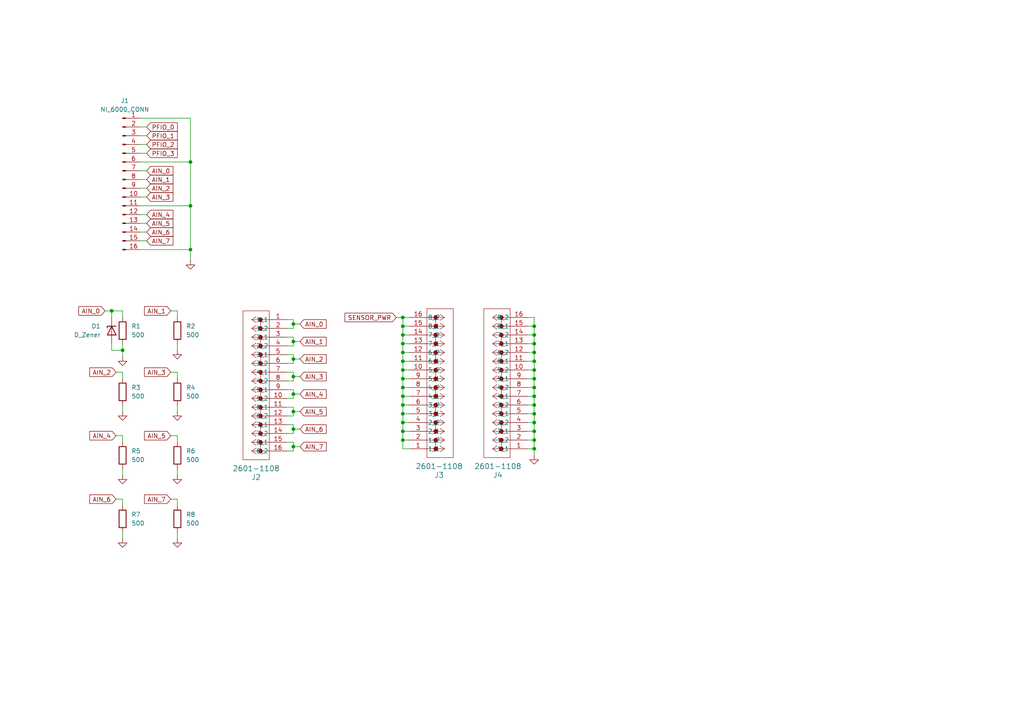
<source format=kicad_sch>
(kicad_sch (version 20250114) (generator "eeschema") (generator_version "9.0")
  (paper "A4")
  (lib_symbols
    (symbol "2601-3108:2601-1108" (pin_names (offset 0.254))
      (property "Reference" "J" (at 8.89 6.35 0))
      (property "Value" "2601-1108" (at 0 0 0))
      (symbol "2601-1108_1_1"
        (polyline (pts (xy 5.08 2.54) (xy 5.08 -40.64)) (stroke (width 0.127)))
        (polyline (pts (xy 5.08 -40.64) (xy 12.7 -40.64)) (stroke (width 0.127)))
        (polyline (pts (xy 7.62 0) (xy 7.62 -2.54)) (stroke (width 0.127)))
        (circle (center 7.62 0) (radius 0.127) (stroke (width 0.508)))
        (circle (center 7.62 -2.54) (radius 0.127) (stroke (width 0.508)))
        (polyline (pts (xy 7.62 -5.08) (xy 7.62 -7.62)) (stroke (width 0.127)))
        (circle (center 7.62 -5.08) (radius 0.127) (stroke (width 0.508)))
        (circle (center 7.62 -7.62) (radius 0.127) (stroke (width 0.508)))
        (polyline (pts (xy 7.62 -10.16) (xy 7.62 -12.7)) (stroke (width 0.127)))
        (circle (center 7.62 -10.16) (radius 0.127) (stroke (width 0.508)))
        (circle (center 7.62 -12.7) (radius 0.127) (stroke (width 0.508)))
        (polyline (pts (xy 7.62 -15.24) (xy 7.62 -17.78)) (stroke (width 0.127)))
        (circle (center 7.62 -15.24) (radius 0.127) (stroke (width 0.508)))
        (circle (center 7.62 -17.78) (radius 0.127) (stroke (width 0.508)))
        (polyline (pts (xy 7.62 -20.32) (xy 7.62 -22.86)) (stroke (width 0.127)))
        (circle (center 7.62 -20.32) (radius 0.127) (stroke (width 0.508)))
        (circle (center 7.62 -22.86) (radius 0.127) (stroke (width 0.508)))
        (polyline (pts (xy 7.62 -25.4) (xy 7.62 -27.94)) (stroke (width 0.127)))
        (circle (center 7.62 -25.4) (radius 0.127) (stroke (width 0.508)))
        (circle (center 7.62 -27.94) (radius 0.127) (stroke (width 0.508)))
        (polyline (pts (xy 7.62 -30.48) (xy 7.62 -33.02)) (stroke (width 0.127)))
        (circle (center 7.62 -30.48) (radius 0.127) (stroke (width 0.508)))
        (circle (center 7.62 -33.02) (radius 0.127) (stroke (width 0.508)))
        (polyline (pts (xy 7.62 -35.56) (xy 7.62 -38.1)) (stroke (width 0.127)))
        (circle (center 7.62 -35.56) (radius 0.127) (stroke (width 0.508)))
        (circle (center 7.62 -38.1) (radius 0.127) (stroke (width 0.508)))
        (polyline (pts (xy 10.16 0) (xy 5.08 0)) (stroke (width 0.127)))
        (polyline (pts (xy 10.16 0) (xy 8.89 0.8467)) (stroke (width 0.127)))
        (polyline (pts (xy 10.16 0) (xy 8.89 -0.8467)) (stroke (width 0.127)))
        (polyline (pts (xy 10.16 -2.54) (xy 5.08 -2.54)) (stroke (width 0.127)))
        (polyline (pts (xy 10.16 -2.54) (xy 8.89 -1.6933)) (stroke (width 0.127)))
        (polyline (pts (xy 10.16 -2.54) (xy 8.89 -3.3867)) (stroke (width 0.127)))
        (polyline (pts (xy 10.16 -5.08) (xy 5.08 -5.08)) (stroke (width 0.127)))
        (polyline (pts (xy 10.16 -5.08) (xy 8.89 -4.2333)) (stroke (width 0.127)))
        (polyline (pts (xy 10.16 -5.08) (xy 8.89 -5.9267)) (stroke (width 0.127)))
        (polyline (pts (xy 10.16 -7.62) (xy 5.08 -7.62)) (stroke (width 0.127)))
        (polyline (pts (xy 10.16 -7.62) (xy 8.89 -6.7733)) (stroke (width 0.127)))
        (polyline (pts (xy 10.16 -7.62) (xy 8.89 -8.4667)) (stroke (width 0.127)))
        (polyline (pts (xy 10.16 -10.16) (xy 5.08 -10.16)) (stroke (width 0.127)))
        (polyline (pts (xy 10.16 -10.16) (xy 8.89 -9.3133)) (stroke (width 0.127)))
        (polyline (pts (xy 10.16 -10.16) (xy 8.89 -11.0067)) (stroke (width 0.127)))
        (polyline (pts (xy 10.16 -12.7) (xy 5.08 -12.7)) (stroke (width 0.127)))
        (polyline (pts (xy 10.16 -12.7) (xy 8.89 -11.8533)) (stroke (width 0.127)))
        (polyline (pts (xy 10.16 -12.7) (xy 8.89 -13.5467)) (stroke (width 0.127)))
        (polyline (pts (xy 10.16 -15.24) (xy 5.08 -15.24)) (stroke (width 0.127)))
        (polyline (pts (xy 10.16 -15.24) (xy 8.89 -14.3933)) (stroke (width 0.127)))
        (polyline (pts (xy 10.16 -15.24) (xy 8.89 -16.0867)) (stroke (width 0.127)))
        (polyline (pts (xy 10.16 -17.78) (xy 5.08 -17.78)) (stroke (width 0.127)))
        (polyline (pts (xy 10.16 -17.78) (xy 8.89 -16.9333)) (stroke (width 0.127)))
        (polyline (pts (xy 10.16 -17.78) (xy 8.89 -18.6267)) (stroke (width 0.127)))
        (polyline (pts (xy 10.16 -20.32) (xy 5.08 -20.32)) (stroke (width 0.127)))
        (polyline (pts (xy 10.16 -20.32) (xy 8.89 -19.4733)) (stroke (width 0.127)))
        (polyline (pts (xy 10.16 -20.32) (xy 8.89 -21.1667)) (stroke (width 0.127)))
        (polyline (pts (xy 10.16 -22.86) (xy 5.08 -22.86)) (stroke (width 0.127)))
        (polyline (pts (xy 10.16 -22.86) (xy 8.89 -22.0133)) (stroke (width 0.127)))
        (polyline (pts (xy 10.16 -22.86) (xy 8.89 -23.7067)) (stroke (width 0.127)))
        (polyline (pts (xy 10.16 -25.4) (xy 5.08 -25.4)) (stroke (width 0.127)))
        (polyline (pts (xy 10.16 -25.4) (xy 8.89 -24.5533)) (stroke (width 0.127)))
        (polyline (pts (xy 10.16 -25.4) (xy 8.89 -26.2467)) (stroke (width 0.127)))
        (polyline (pts (xy 10.16 -27.94) (xy 5.08 -27.94)) (stroke (width 0.127)))
        (polyline (pts (xy 10.16 -27.94) (xy 8.89 -27.0933)) (stroke (width 0.127)))
        (polyline (pts (xy 10.16 -27.94) (xy 8.89 -28.7867)) (stroke (width 0.127)))
        (polyline (pts (xy 10.16 -30.48) (xy 5.08 -30.48)) (stroke (width 0.127)))
        (polyline (pts (xy 10.16 -30.48) (xy 8.89 -29.6333)) (stroke (width 0.127)))
        (polyline (pts (xy 10.16 -30.48) (xy 8.89 -31.3267)) (stroke (width 0.127)))
        (polyline (pts (xy 10.16 -33.02) (xy 5.08 -33.02)) (stroke (width 0.127)))
        (polyline (pts (xy 10.16 -33.02) (xy 8.89 -32.1733)) (stroke (width 0.127)))
        (polyline (pts (xy 10.16 -33.02) (xy 8.89 -33.8667)) (stroke (width 0.127)))
        (polyline (pts (xy 10.16 -35.56) (xy 5.08 -35.56)) (stroke (width 0.127)))
        (polyline (pts (xy 10.16 -35.56) (xy 8.89 -34.7133)) (stroke (width 0.127)))
        (polyline (pts (xy 10.16 -35.56) (xy 8.89 -36.4067)) (stroke (width 0.127)))
        (polyline (pts (xy 10.16 -38.1) (xy 5.08 -38.1)) (stroke (width 0.127)))
        (polyline (pts (xy 10.16 -38.1) (xy 8.89 -37.2533)) (stroke (width 0.127)))
        (polyline (pts (xy 10.16 -38.1) (xy 8.89 -38.9467)) (stroke (width 0.127)))
        (polyline (pts (xy 12.7 2.54) (xy 5.08 2.54)) (stroke (width 0.127)))
        (polyline (pts (xy 12.7 -40.64) (xy 12.7 2.54)) (stroke (width 0.127)))
        (pin unspecified line (at 0 0 0) (length 5.08) (name "1_1") (number "1"))
        (pin unspecified line (at 0 -2.54 0) (length 5.08) (name "1_2") (number "2"))
        (pin unspecified line (at 0 -5.08 0) (length 5.08) (name "2_1") (number "3"))
        (pin unspecified line (at 0 -7.62 0) (length 5.08) (name "2_2") (number "4"))
        (pin unspecified line (at 0 -10.16 0) (length 5.08) (name "3_1") (number "5"))
        (pin unspecified line (at 0 -12.7 0) (length 5.08) (name "3_2") (number "6"))
        (pin unspecified line (at 0 -15.24 0) (length 5.08) (name "4_1") (number "7"))
        (pin unspecified line (at 0 -17.78 0) (length 5.08) (name "4_2") (number "8"))
        (pin unspecified line (at 0 -20.32 0) (length 5.08) (name "5_1") (number "9"))
        (pin unspecified line (at 0 -22.86 0) (length 5.08) (name "5_2") (number "10"))
        (pin unspecified line (at 0 -25.4 0) (length 5.08) (name "6_1") (number "11"))
        (pin unspecified line (at 0 -27.94 0) (length 5.08) (name "6_2") (number "12"))
        (pin unspecified line (at 0 -30.48 0) (length 5.08) (name "7_1") (number "13"))
        (pin unspecified line (at 0 -33.02 0) (length 5.08) (name "7_2") (number "14"))
        (pin unspecified line (at 0 -35.56 0) (length 5.08) (name "8_1") (number "15"))
        (pin unspecified line (at 0 -38.1 0) (length 5.08) (name "8_2") (number "16"))
      )
    )
    (symbol "Connector:Conn_01x16_Pin" (pin_names (offset 1.016) (hide yes))
      (property "Reference" "J" (at 0 20.32 0))
      (property "Value" "Conn_01x16_Pin" (at 0 -22.86 0))
      (symbol "Conn_01x16_Pin_1_1"
        (rectangle (start 0.8636 17.907) (end 0 17.653) (stroke (width 0.1524)) (fill (type outline)))
        (rectangle (start 0.8636 15.367) (end 0 15.113) (stroke (width 0.1524)) (fill (type outline)))
        (rectangle (start 0.8636 12.827) (end 0 12.573) (stroke (width 0.1524)) (fill (type outline)))
        (rectangle (start 0.8636 10.287) (end 0 10.033) (stroke (width 0.1524)) (fill (type outline)))
        (rectangle (start 0.8636 7.747) (end 0 7.493) (stroke (width 0.1524)) (fill (type outline)))
        (rectangle (start 0.8636 5.207) (end 0 4.953) (stroke (width 0.1524)) (fill (type outline)))
        (rectangle (start 0.8636 2.667) (end 0 2.413) (stroke (width 0.1524)) (fill (type outline)))
        (rectangle (start 0.8636 0.127) (end 0 -0.127) (stroke (width 0.1524)) (fill (type outline)))
        (rectangle (start 0.8636 -2.413) (end 0 -2.667) (stroke (width 0.1524)) (fill (type outline)))
        (rectangle (start 0.8636 -4.953) (end 0 -5.207) (stroke (width 0.1524)) (fill (type outline)))
        (rectangle (start 0.8636 -7.493) (end 0 -7.747) (stroke (width 0.1524)) (fill (type outline)))
        (rectangle (start 0.8636 -10.033) (end 0 -10.287) (stroke (width 0.1524)) (fill (type outline)))
        (rectangle (start 0.8636 -12.573) (end 0 -12.827) (stroke (width 0.1524)) (fill (type outline)))
        (rectangle (start 0.8636 -15.113) (end 0 -15.367) (stroke (width 0.1524)) (fill (type outline)))
        (rectangle (start 0.8636 -17.653) (end 0 -17.907) (stroke (width 0.1524)) (fill (type outline)))
        (rectangle (start 0.8636 -20.193) (end 0 -20.447) (stroke (width 0.1524)) (fill (type outline)))
        (polyline (pts (xy 1.27 17.78) (xy 0.8636 17.78)) (stroke (width 0.1524)))
        (polyline (pts (xy 1.27 15.24) (xy 0.8636 15.24)) (stroke (width 0.1524)))
        (polyline (pts (xy 1.27 12.7) (xy 0.8636 12.7)) (stroke (width 0.1524)))
        (polyline (pts (xy 1.27 10.16) (xy 0.8636 10.16)) (stroke (width 0.1524)))
        (polyline (pts (xy 1.27 7.62) (xy 0.8636 7.62)) (stroke (width 0.1524)))
        (polyline (pts (xy 1.27 5.08) (xy 0.8636 5.08)) (stroke (width 0.1524)))
        (polyline (pts (xy 1.27 2.54) (xy 0.8636 2.54)) (stroke (width 0.1524)))
        (polyline (pts (xy 1.27 0) (xy 0.8636 0)) (stroke (width 0.1524)))
        (polyline (pts (xy 1.27 -2.54) (xy 0.8636 -2.54)) (stroke (width 0.1524)))
        (polyline (pts (xy 1.27 -5.08) (xy 0.8636 -5.08)) (stroke (width 0.1524)))
        (polyline (pts (xy 1.27 -7.62) (xy 0.8636 -7.62)) (stroke (width 0.1524)))
        (polyline (pts (xy 1.27 -10.16) (xy 0.8636 -10.16)) (stroke (width 0.1524)))
        (polyline (pts (xy 1.27 -12.7) (xy 0.8636 -12.7)) (stroke (width 0.1524)))
        (polyline (pts (xy 1.27 -15.24) (xy 0.8636 -15.24)) (stroke (width 0.1524)))
        (polyline (pts (xy 1.27 -17.78) (xy 0.8636 -17.78)) (stroke (width 0.1524)))
        (polyline (pts (xy 1.27 -20.32) (xy 0.8636 -20.32)) (stroke (width 0.1524)))
        (pin passive line (at 5.08 17.78 180) (length 3.81) (name "Pin_1") (number "1"))
        (pin passive line (at 5.08 15.24 180) (length 3.81) (name "Pin_2") (number "2"))
        (pin passive line (at 5.08 12.7 180) (length 3.81) (name "Pin_3") (number "3"))
        (pin passive line (at 5.08 10.16 180) (length 3.81) (name "Pin_4") (number "4"))
        (pin passive line (at 5.08 7.62 180) (length 3.81) (name "Pin_5") (number "5"))
        (pin passive line (at 5.08 5.08 180) (length 3.81) (name "Pin_6") (number "6"))
        (pin passive line (at 5.08 2.54 180) (length 3.81) (name "Pin_7") (number "7"))
        (pin passive line (at 5.08 0 180) (length 3.81) (name "Pin_8") (number "8"))
        (pin passive line (at 5.08 -2.54 180) (length 3.81) (name "Pin_9") (number "9"))
        (pin passive line (at 5.08 -5.08 180) (length 3.81) (name "Pin_10") (number "10"))
        (pin passive line (at 5.08 -7.62 180) (length 3.81) (name "Pin_11") (number "11"))
        (pin passive line (at 5.08 -10.16 180) (length 3.81) (name "Pin_12") (number "12"))
        (pin passive line (at 5.08 -12.7 180) (length 3.81) (name "Pin_13") (number "13"))
        (pin passive line (at 5.08 -15.24 180) (length 3.81) (name "Pin_14") (number "14"))
        (pin passive line (at 5.08 -17.78 180) (length 3.81) (name "Pin_15") (number "15"))
        (pin passive line (at 5.08 -20.32 180) (length 3.81) (name "Pin_16") (number "16"))
      )
    )
    (symbol "Device:D_Zener" (pin_numbers (hide yes)) (pin_names (offset 1.016) (hide yes))
      (property "Reference" "D" (at 0 2.54 0))
      (property "Value" "D_Zener" (at 0 -2.54 0))
      (symbol "D_Zener_0_1"
        (polyline (pts (xy -1.27 -1.27) (xy -1.27 1.27) (xy -0.762 1.27)) (stroke (width 0.254)))
        (polyline (pts (xy 1.27 0) (xy -1.27 0)))
        (polyline (pts (xy 1.27 -1.27) (xy 1.27 1.27) (xy -1.27 0) (xy 1.27 -1.27)) (stroke (width 0.254)))
      )
      (symbol "D_Zener_1_1"
        (pin passive line (at -3.81 0 0) (length 2.54) (name "K") (number "1"))
        (pin passive line (at 3.81 0 180) (length 2.54) (name "A") (number "2"))
      )
    )
    (symbol "Device:R" (pin_numbers (hide yes)) (pin_names (offset 0))
      (property "Reference" "R" (at 2.032 0 90))
      (property "Value" "R" (at 0 0 90))
      (symbol "R_0_1"
        (rectangle (start -1.016 -2.54) (end 1.016 2.54) (stroke (width 0.254)))
      )
      (symbol "R_1_1"
        (pin passive line (at 0 3.81 270) (length 1.27) (name "~") (number "1"))
        (pin passive line (at 0 -3.81 90) (length 1.27) (name "~") (number "2"))
      )
    )
    (symbol "power:GND" (power) (pin_numbers (hide yes)) (pin_names (offset 0) (hide yes))
      (property "Value" "GND" (at 0 -3.81 0))
      (symbol "GND_0_1"
        (polyline (pts (xy 0 0) (xy 0 -1.27) (xy 1.27 -1.27) (xy 0 -2.54) (xy -1.27 -1.27) (xy 0 -1.27)))
      )
      (symbol "GND_1_1"
        (pin power_in line (at 0 0 270) (length 0) (name "~") (number "1"))
      )
    )
  )
  (junction (at 154.94 102.235))
  (junction (at 85.09 93.98))
  (junction (at 154.94 130.175))
  (junction (at 116.84 99.695))
  (junction (at 116.84 92.075))
  (junction (at 154.94 109.855))
  (junction (at 55.245 72.39))
  (junction (at 116.84 122.555))
  (junction (at 154.94 117.475))
  (junction (at 116.84 109.855))
  (junction (at 85.09 99.06))
  (junction (at 85.09 129.54))
  (junction (at 154.94 107.315))
  (junction (at 116.84 97.155))
  (junction (at 116.84 107.315))
  (junction (at 55.245 46.99))
  (junction (at 154.94 125.095))
  (junction (at 154.94 94.615))
  (junction (at 154.94 104.775))
  (junction (at 85.09 124.46))
  (junction (at 154.94 112.395))
  (junction (at 154.94 122.555))
  (junction (at 116.84 125.095))
  (junction (at 154.94 99.695))
  (junction (at 85.09 119.38))
  (junction (at 116.84 102.235))
  (junction (at 55.245 59.69))
  (junction (at 85.09 109.22))
  (junction (at 32.385 90.17))
  (junction (at 154.94 127.635))
  (junction (at 116.84 104.775))
  (junction (at 116.84 112.395))
  (junction (at 116.84 114.935))
  (junction (at 116.84 94.615))
  (junction (at 116.84 127.635))
  (junction (at 85.09 114.3))
  (junction (at 85.09 104.14))
  (junction (at 116.84 117.475))
  (junction (at 154.94 97.155))
  (junction (at 154.94 120.015))
  (junction (at 154.94 114.935))
  (junction (at 116.84 120.015))
  (junction (at 35.56 101.6))
  (wire (pts (xy 35.56 156.21) (xy 35.56 154.305)))
  (wire (pts (xy 42.545 57.15) (xy 40.64 57.15)))
  (wire (pts (xy 116.84 102.235) (xy 116.84 104.775)))
  (wire (pts (xy 83.185 92.71) (xy 85.09 92.71)))
  (wire (pts (xy 154.94 114.935) (xy 154.94 117.475)))
  (wire (pts (xy 35.56 90.17) (xy 32.385 90.17)))
  (wire (pts (xy 153.035 127.635) (xy 154.94 127.635)))
  (wire (pts (xy 153.035 97.155) (xy 154.94 97.155)))
  (wire (pts (xy 116.84 120.015) (xy 116.84 122.555)))
  (wire (pts (xy 154.94 109.855) (xy 154.94 112.395)))
  (wire (pts (xy 118.745 102.235) (xy 116.84 102.235)))
  (wire (pts (xy 153.035 130.175) (xy 154.94 130.175)))
  (wire (pts (xy 32.385 99.695) (xy 32.385 101.6)))
  (wire (pts (xy 118.745 125.095) (xy 116.84 125.095)))
  (wire (pts (xy 118.745 109.855) (xy 116.84 109.855)))
  (wire (pts (xy 42.545 64.77) (xy 40.64 64.77)))
  (wire (pts (xy 42.545 49.53) (xy 40.64 49.53)))
  (wire (pts (xy 86.995 99.06) (xy 85.09 99.06)))
  (wire (pts (xy 32.385 90.17) (xy 32.385 92.075)))
  (wire (pts (xy 51.435 107.95) (xy 49.53 107.95)))
  (wire (pts (xy 85.09 104.14) (xy 85.09 105.41)))
  (wire (pts (xy 42.545 52.07) (xy 40.64 52.07)))
  (wire (pts (xy 118.745 94.615) (xy 116.84 94.615)))
  (wire (pts (xy 35.56 119.38) (xy 35.56 117.475)))
  (wire (pts (xy 51.435 156.21) (xy 51.435 154.305)))
  (wire (pts (xy 83.185 128.27) (xy 85.09 128.27)))
  (wire (pts (xy 116.84 92.075) (xy 116.84 94.615)))
  (wire (pts (xy 153.035 109.855) (xy 154.94 109.855)))
  (wire (pts (xy 35.56 103.505) (xy 35.56 101.6)))
  (wire (pts (xy 83.185 120.65) (xy 85.09 120.65)))
  (wire (pts (xy 51.435 109.855) (xy 51.435 107.95)))
  (wire (pts (xy 40.64 72.39) (xy 55.245 72.39)))
  (wire (pts (xy 85.09 92.71) (xy 85.09 93.98)))
  (wire (pts (xy 83.185 125.73) (xy 85.09 125.73)))
  (wire (pts (xy 118.745 112.395) (xy 116.84 112.395)))
  (wire (pts (xy 83.185 100.33) (xy 85.09 100.33)))
  (wire (pts (xy 85.09 107.95) (xy 85.09 109.22)))
  (wire (pts (xy 42.545 62.23) (xy 40.64 62.23)))
  (wire (pts (xy 153.035 120.015) (xy 154.94 120.015)))
  (wire (pts (xy 153.035 92.075) (xy 154.94 92.075)))
  (wire (pts (xy 83.185 115.57) (xy 85.09 115.57)))
  (wire (pts (xy 154.94 104.775) (xy 154.94 107.315)))
  (wire (pts (xy 32.385 101.6) (xy 35.56 101.6)))
  (wire (pts (xy 116.84 97.155) (xy 116.84 99.695)))
  (wire (pts (xy 85.09 113.03) (xy 85.09 114.3)))
  (wire (pts (xy 42.545 44.45) (xy 40.64 44.45)))
  (wire (pts (xy 42.545 39.37) (xy 40.64 39.37)))
  (wire (pts (xy 85.09 119.38) (xy 85.09 120.65)))
  (wire (pts (xy 42.545 41.91) (xy 40.64 41.91)))
  (wire (pts (xy 83.185 110.49) (xy 85.09 110.49)))
  (wire (pts (xy 153.035 117.475) (xy 154.94 117.475)))
  (wire (pts (xy 85.09 99.06) (xy 85.09 100.33)))
  (wire (pts (xy 154.94 125.095) (xy 154.94 127.635)))
  (wire (pts (xy 51.435 146.685) (xy 51.435 144.78)))
  (wire (pts (xy 118.745 92.075) (xy 116.84 92.075)))
  (wire (pts (xy 40.64 46.99) (xy 55.245 46.99)))
  (wire (pts (xy 154.94 122.555) (xy 154.94 125.095)))
  (wire (pts (xy 35.56 137.795) (xy 35.56 135.89)))
  (wire (pts (xy 32.385 90.17) (xy 30.48 90.17)))
  (wire (pts (xy 118.745 107.315) (xy 116.84 107.315)))
  (wire (pts (xy 154.94 92.075) (xy 154.94 94.615)))
  (wire (pts (xy 35.56 146.685) (xy 35.56 144.78)))
  (wire (pts (xy 35.56 128.27) (xy 35.56 126.365)))
  (wire (pts (xy 83.185 105.41) (xy 85.09 105.41)))
  (wire (pts (xy 51.435 144.78) (xy 49.53 144.78)))
  (wire (pts (xy 85.09 109.22) (xy 85.09 110.49)))
  (wire (pts (xy 154.94 99.695) (xy 154.94 102.235)))
  (wire (pts (xy 153.035 122.555) (xy 154.94 122.555)))
  (wire (pts (xy 42.545 54.61) (xy 40.64 54.61)))
  (wire (pts (xy 35.56 101.6) (xy 35.56 99.695)))
  (wire (pts (xy 85.09 97.79) (xy 85.09 99.06)))
  (wire (pts (xy 118.745 130.175) (xy 116.84 130.175)))
  (wire (pts (xy 153.035 102.235) (xy 154.94 102.235)))
  (wire (pts (xy 55.245 46.99) (xy 55.245 59.69)))
  (wire (pts (xy 83.185 102.87) (xy 85.09 102.87)))
  (wire (pts (xy 153.035 112.395) (xy 154.94 112.395)))
  (wire (pts (xy 83.185 123.19) (xy 85.09 123.19)))
  (wire (pts (xy 118.745 120.015) (xy 116.84 120.015)))
  (wire (pts (xy 85.09 114.3) (xy 85.09 115.57)))
  (wire (pts (xy 118.745 97.155) (xy 116.84 97.155)))
  (wire (pts (xy 86.995 114.3) (xy 85.09 114.3)))
  (wire (pts (xy 116.84 125.095) (xy 116.84 127.635)))
  (wire (pts (xy 85.09 118.11) (xy 85.09 119.38)))
  (wire (pts (xy 86.995 93.98) (xy 85.09 93.98)))
  (wire (pts (xy 154.94 94.615) (xy 154.94 97.155)))
  (wire (pts (xy 35.56 126.365) (xy 33.655 126.365)))
  (wire (pts (xy 55.245 72.39) (xy 55.245 75.565)))
  (wire (pts (xy 116.84 117.475) (xy 116.84 120.015)))
  (wire (pts (xy 116.84 130.175) (xy 116.84 127.635)))
  (wire (pts (xy 118.745 117.475) (xy 116.84 117.475)))
  (wire (pts (xy 118.745 122.555) (xy 116.84 122.555)))
  (wire (pts (xy 55.245 34.29) (xy 55.245 46.99)))
  (wire (pts (xy 154.94 97.155) (xy 154.94 99.695)))
  (wire (pts (xy 86.995 109.22) (xy 85.09 109.22)))
  (wire (pts (xy 51.435 92.075) (xy 51.435 90.17)))
  (wire (pts (xy 118.745 99.695) (xy 116.84 99.695)))
  (wire (pts (xy 85.09 123.19) (xy 85.09 124.46)))
  (wire (pts (xy 35.56 144.78) (xy 33.655 144.78)))
  (wire (pts (xy 153.035 94.615) (xy 154.94 94.615)))
  (wire (pts (xy 116.84 104.775) (xy 116.84 107.315)))
  (wire (pts (xy 35.56 109.855) (xy 35.56 107.95)))
  (wire (pts (xy 153.035 107.315) (xy 154.94 107.315)))
  (wire (pts (xy 116.84 94.615) (xy 116.84 97.155)))
  (wire (pts (xy 51.435 137.795) (xy 51.435 135.89)))
  (wire (pts (xy 86.995 129.54) (xy 85.09 129.54)))
  (wire (pts (xy 83.185 97.79) (xy 85.09 97.79)))
  (wire (pts (xy 83.185 107.95) (xy 85.09 107.95)))
  (wire (pts (xy 116.84 122.555) (xy 116.84 125.095)))
  (wire (pts (xy 114.935 92.075) (xy 116.84 92.075)))
  (wire (pts (xy 51.435 119.38) (xy 51.435 117.475)))
  (wire (pts (xy 153.035 104.775) (xy 154.94 104.775)))
  (wire (pts (xy 154.94 132.08) (xy 154.94 130.175)))
  (wire (pts (xy 51.435 101.6) (xy 51.435 99.695)))
  (wire (pts (xy 154.94 120.015) (xy 154.94 122.555)))
  (wire (pts (xy 83.185 130.81) (xy 85.09 130.81)))
  (wire (pts (xy 55.245 59.69) (xy 55.245 72.39)))
  (wire (pts (xy 116.84 99.695) (xy 116.84 102.235)))
  (wire (pts (xy 116.84 114.935) (xy 116.84 117.475)))
  (wire (pts (xy 154.94 107.315) (xy 154.94 109.855)))
  (wire (pts (xy 154.94 102.235) (xy 154.94 104.775)))
  (wire (pts (xy 86.995 119.38) (xy 85.09 119.38)))
  (wire (pts (xy 35.56 107.95) (xy 33.655 107.95)))
  (wire (pts (xy 154.94 130.175) (xy 154.94 127.635)))
  (wire (pts (xy 86.995 124.46) (xy 85.09 124.46)))
  (wire (pts (xy 85.09 93.98) (xy 85.09 95.25)))
  (wire (pts (xy 51.435 128.27) (xy 51.435 126.365)))
  (wire (pts (xy 154.94 117.475) (xy 154.94 120.015)))
  (wire (pts (xy 154.94 112.395) (xy 154.94 114.935)))
  (wire (pts (xy 153.035 99.695) (xy 154.94 99.695)))
  (wire (pts (xy 83.185 118.11) (xy 85.09 118.11)))
  (wire (pts (xy 83.185 95.25) (xy 85.09 95.25)))
  (wire (pts (xy 153.035 114.935) (xy 154.94 114.935)))
  (wire (pts (xy 42.545 67.31) (xy 40.64 67.31)))
  (wire (pts (xy 118.745 127.635) (xy 116.84 127.635)))
  (wire (pts (xy 40.64 34.29) (xy 55.245 34.29)))
  (wire (pts (xy 40.64 59.69) (xy 55.245 59.69)))
  (wire (pts (xy 118.745 114.935) (xy 116.84 114.935)))
  (wire (pts (xy 85.09 102.87) (xy 85.09 104.14)))
  (wire (pts (xy 42.545 36.83) (xy 40.64 36.83)))
  (wire (pts (xy 85.09 124.46) (xy 85.09 125.73)))
  (wire (pts (xy 153.035 125.095) (xy 154.94 125.095)))
  (wire (pts (xy 35.56 92.075) (xy 35.56 90.17)))
  (wire (pts (xy 83.185 113.03) (xy 85.09 113.03)))
  (wire (pts (xy 118.745 104.775) (xy 116.84 104.775)))
  (wire (pts (xy 42.545 69.85) (xy 40.64 69.85)))
  (wire (pts (xy 85.09 128.27) (xy 85.09 129.54)))
  (wire (pts (xy 86.995 104.14) (xy 85.09 104.14)))
  (wire (pts (xy 116.84 112.395) (xy 116.84 114.935)))
  (wire (pts (xy 116.84 109.855) (xy 116.84 112.395)))
  (wire (pts (xy 85.09 129.54) (xy 85.09 130.81)))
  (wire (pts (xy 51.435 126.365) (xy 49.53 126.365)))
  (wire (pts (xy 51.435 90.17) (xy 49.53 90.17)))
  (wire (pts (xy 116.84 107.315) (xy 116.84 109.855)))
  (global_label "AIN_1" (shape input) (at 42.545 52.07 0) (property "Intersheetrefs" "${INTERSHEET_REFS}" (effects (hide yes))))
  (global_label "AIN_1" (shape input) (at 86.995 99.06 0) (property "Intersheetrefs" "${INTERSHEET_REFS}" (effects (hide yes))))
  (global_label "AIN_4" (shape input) (at 42.545 62.23 0) (property "Intersheetrefs" "${INTERSHEET_REFS}" (effects (hide yes))))
  (global_label "AIN_7" (shape input) (at 49.53 144.78 180) (property "Intersheetrefs" "${INTERSHEET_REFS}" (effects (hide yes))))
  (global_label "AIN_4" (shape input) (at 33.655 126.365 180) (property "Intersheetrefs" "${INTERSHEET_REFS}" (effects (hide yes))))
  (global_label "AIN_1" (shape input) (at 49.53 90.17 180) (property "Intersheetrefs" "${INTERSHEET_REFS}" (effects (hide yes))))
  (global_label "AIN_0" (shape input) (at 86.995 93.98 0) (property "Intersheetrefs" "${INTERSHEET_REFS}" (effects (hide yes))))
  (global_label "PFIO_3" (shape input) (at 42.545 44.45 0) (property "Intersheetrefs" "${INTERSHEET_REFS}" (effects (hide yes))))
  (global_label "AIN_2" (shape input) (at 33.655 107.95 180) (property "Intersheetrefs" "${INTERSHEET_REFS}" (effects (hide yes))))
  (global_label "AIN_3" (shape input) (at 86.995 109.22 0) (property "Intersheetrefs" "${INTERSHEET_REFS}" (effects (hide yes))))
  (global_label "SENSOR_PWR" (shape input) (at 114.935 92.075 180) (property "Intersheetrefs" "${INTERSHEET_REFS}" (effects (hide yes))))
  (global_label "AIN_6" (shape input) (at 42.545 67.31 0) (property "Intersheetrefs" "${INTERSHEET_REFS}" (effects (hide yes))))
  (global_label "AIN_3" (shape input) (at 42.545 57.15 0) (property "Intersheetrefs" "${INTERSHEET_REFS}" (effects (hide yes))))
  (global_label "AIN_0" (shape input) (at 42.545 49.53 0) (property "Intersheetrefs" "${INTERSHEET_REFS}" (effects (hide yes))))
  (global_label "AIN_2" (shape input) (at 86.995 104.14 0) (property "Intersheetrefs" "${INTERSHEET_REFS}" (effects (hide yes))))
  (global_label "PFIO_2" (shape input) (at 42.545 41.91 0) (property "Intersheetrefs" "${INTERSHEET_REFS}" (effects (hide yes))))
  (global_label "AIN_5" (shape input) (at 86.995 119.38 0) (property "Intersheetrefs" "${INTERSHEET_REFS}" (effects (hide yes))))
  (global_label "PFIO_0" (shape input) (at 42.545 36.83 0) (property "Intersheetrefs" "${INTERSHEET_REFS}" (effects (hide yes))))
  (global_label "AIN_7" (shape input) (at 42.545 69.85 0) (property "Intersheetrefs" "${INTERSHEET_REFS}" (effects (hide yes))))
  (global_label "AIN_2" (shape input) (at 42.545 54.61 0) (property "Intersheetrefs" "${INTERSHEET_REFS}" (effects (hide yes))))
  (global_label "AIN_5" (shape input) (at 42.545 64.77 0) (property "Intersheetrefs" "${INTERSHEET_REFS}" (effects (hide yes))))
  (global_label "AIN_7" (shape input) (at 86.995 129.54 0) (property "Intersheetrefs" "${INTERSHEET_REFS}" (effects (hide yes))))
  (global_label "AIN_0" (shape input) (at 30.48 90.17 180) (property "Intersheetrefs" "${INTERSHEET_REFS}" (effects (hide yes))))
  (global_label "AIN_5" (shape input) (at 49.53 126.365 180) (property "Intersheetrefs" "${INTERSHEET_REFS}" (effects (hide yes))))
  (global_label "AIN_4" (shape input) (at 86.995 114.3 0) (property "Intersheetrefs" "${INTERSHEET_REFS}" (effects (hide yes))))
  (global_label "PFIO_1" (shape input) (at 42.545 39.37 0) (property "Intersheetrefs" "${INTERSHEET_REFS}" (effects (hide yes))))
  (global_label "AIN_6" (shape input) (at 86.995 124.46 0) (property "Intersheetrefs" "${INTERSHEET_REFS}" (effects (hide yes))))
  (global_label "AIN_3" (shape input) (at 49.53 107.95 180) (property "Intersheetrefs" "${INTERSHEET_REFS}" (effects (hide yes))))
  (global_label "AIN_6" (shape input) (at 33.655 144.78 180) (property "Intersheetrefs" "${INTERSHEET_REFS}" (effects (hide yes))))
  (symbol (lib_id "power:GND") (at 55.245 75.565 0) (unit 1)
    (property "Reference" "#PWR01" (effects (hide yes)))
    (property "Value" "GND" (effects (hide yes)))
    (property "Description" "Power symbol creates a global label with name \"GND\" , ground" (effects (hide yes)))
  )
  (symbol (lib_id "power:GND") (at 51.435 156.21 0) (unit 1)
    (property "Reference" "#PWR010" (effects (hide yes)))
    (property "Value" "GND" (effects (hide yes)))
    (property "Description" "Power symbol creates a global label with name \"GND\" , ground" (effects (hide yes)))
  )
  (symbol (lib_id "power:GND") (at 35.56 103.505 0) (unit 1)
    (property "Reference" "#PWR03" (effects (hide yes)))
    (property "Value" "GND" (effects (hide yes)))
    (property "Description" "Power symbol creates a global label with name \"GND\" , ground" (effects (hide yes)))
  )
  (symbol (lib_id "2601-3108:2601-1108") (at 153.035 130.175 180) (unit 1)
    (property "Reference" "J4" (at 144.399 137.795 0) (effects (font (size 1.524 1.524))))
    (property "Value" "2601-1108" (at 144.399 135.255 0) (effects (font (size 1.524 1.524))))
    (property "Footprint" "CONN8_2601-1108_WAG" (effects (hide yes)))
    (property "Datasheet" "2601-1108" (effects (hide yes)))
  )
  (symbol (lib_id "Device:R") (at 51.435 150.495 0) (unit 1)
    (property "Reference" "R8" (at 53.975 149.2249 0) (effects (justify left)))
    (property "Value" "500" (at 53.975 151.7649 0) (effects (justify left)))
    (property "Description" "Resistor" (effects (hide yes)))
  )
  (symbol (lib_id "Connector:Conn_01x16_Pin") (at 35.56 52.07 0) (unit 1)
    (property "Reference" "J1" (at 36.195 29.21 0))
    (property "Value" "NI_6000_CONN" (at 36.195 31.75 0))
    (property "Footprint" "Connector_PinHeader_2.54mm:PinHeader_1x16_P2.54mm_Horizontal" (effects (hide yes)))
    (property "Description" "Generic connector, single row, 01x16, script generated" (effects (hide yes)))
  )
  (symbol (lib_id "power:GND") (at 35.56 156.21 0) (unit 1)
    (property "Reference" "#PWR09" (effects (hide yes)))
    (property "Value" "GND" (effects (hide yes)))
    (property "Description" "Power symbol creates a global label with name \"GND\" , ground" (effects (hide yes)))
  )
  (symbol (lib_id "power:GND") (at 51.435 101.6 0) (unit 1)
    (property "Reference" "#PWR04" (effects (hide yes)))
    (property "Value" "GND" (effects (hide yes)))
    (property "Description" "Power symbol creates a global label with name \"GND\" , ground" (effects (hide yes)))
  )
  (symbol (lib_id "Device:R") (at 35.56 95.885 0) (unit 1)
    (property "Reference" "R1" (at 38.1 94.6149 0) (effects (justify left)))
    (property "Value" "500" (at 38.1 97.1549 0) (effects (justify left)))
    (property "Description" "Resistor" (effects (hide yes)))
  )
  (symbol (lib_id "power:GND") (at 51.435 137.795 0) (unit 1)
    (property "Reference" "#PWR08" (effects (hide yes)))
    (property "Value" "GND" (effects (hide yes)))
    (property "Description" "Power symbol creates a global label with name \"GND\" , ground" (effects (hide yes)))
  )
  (symbol (lib_id "Device:R") (at 35.56 113.665 0) (unit 1)
    (property "Reference" "R3" (at 38.1 112.3949 0) (effects (justify left)))
    (property "Value" "500" (at 38.1 114.9349 0) (effects (justify left)))
    (property "Description" "Resistor" (effects (hide yes)))
  )
  (symbol (lib_id "Device:R") (at 35.56 150.495 0) (unit 1)
    (property "Reference" "R7" (at 38.1 149.2249 0) (effects (justify left)))
    (property "Value" "500" (at 38.1 151.7649 0) (effects (justify left)))
    (property "Description" "Resistor" (effects (hide yes)))
  )
  (symbol (lib_id "power:GND") (at 35.56 119.38 0) (unit 1)
    (property "Reference" "#PWR05" (effects (hide yes)))
    (property "Value" "GND" (effects (hide yes)))
    (property "Description" "Power symbol creates a global label with name \"GND\" , ground" (effects (hide yes)))
  )
  (symbol (lib_id "Device:R") (at 51.435 113.665 0) (unit 1)
    (property "Reference" "R4" (at 53.975 112.3949 0) (effects (justify left)))
    (property "Value" "500" (at 53.975 114.9349 0) (effects (justify left)))
    (property "Description" "Resistor" (effects (hide yes)))
  )
  (symbol (lib_id "power:GND") (at 35.56 137.795 0) (unit 1)
    (property "Reference" "#PWR07" (effects (hide yes)))
    (property "Value" "GND" (effects (hide yes)))
    (property "Description" "Power symbol creates a global label with name \"GND\" , ground" (effects (hide yes)))
  )
  (symbol (lib_id "power:GND") (at 51.435 119.38 0) (unit 1)
    (property "Reference" "#PWR06" (effects (hide yes)))
    (property "Value" "GND" (effects (hide yes)))
    (property "Description" "Power symbol creates a global label with name \"GND\" , ground" (effects (hide yes)))
  )
  (symbol (lib_id "Device:R") (at 51.435 132.08 0) (unit 1)
    (property "Reference" "R6" (at 53.975 130.8099 0) (effects (justify left)))
    (property "Value" "500" (at 53.975 133.3499 0) (effects (justify left)))
    (property "Description" "Resistor" (effects (hide yes)))
  )
  (symbol (lib_id "2601-3108:2601-1108") (at 83.185 92.71 0) (mirror y) (unit 1)
    (property "Reference" "J2" (at 74.295 138.43 0) (effects (font (size 1.524 1.524))))
    (property "Value" "2601-1108" (at 74.295 135.89 0) (effects (font (size 1.524 1.524))))
    (property "Footprint" "CONN8_2601-1108_WAG" (effects (hide yes)))
    (property "Datasheet" "2601-1108" (effects (hide yes)))
  )
  (symbol (lib_id "2601-3108:2601-1108") (at 118.745 130.175 0) (mirror x) (unit 1)
    (property "Reference" "J3" (at 127.381 137.795 0) (effects (font (size 1.524 1.524))))
    (property "Value" "2601-1108" (at 127.381 135.255 0) (effects (font (size 1.524 1.524))))
    (property "Footprint" "CONN8_2601-1108_WAG" (effects (hide yes)))
    (property "Datasheet" "2601-1108" (effects (hide yes)))
  )
  (symbol (lib_id "Device:R") (at 35.56 132.08 0) (unit 1)
    (property "Reference" "R5" (at 38.1 130.8099 0) (effects (justify left)))
    (property "Value" "500" (at 38.1 133.3499 0) (effects (justify left)))
    (property "Description" "Resistor" (effects (hide yes)))
  )
  (symbol (lib_id "Device:R") (at 51.435 95.885 0) (unit 1)
    (property "Reference" "R2" (at 53.975 94.6149 0) (effects (justify left)))
    (property "Value" "500" (at 53.975 97.1549 0) (effects (justify left)))
    (property "Description" "Resistor" (effects (hide yes)))
  )
  (symbol (lib_id "Device:D_Zener") (at 32.385 95.885 90) (mirror x) (unit 1)
    (property "Reference" "D1" (at 29.21 94.6149 90) (effects (justify left)))
    (property "Value" "D_Zener" (at 29.21 97.1549 90) (effects (justify left)))
    (property "Description" "Zener diode" (effects (hide yes)))
  )
  (symbol (lib_id "power:GND") (at 154.94 132.08 0) (unit 1)
    (property "Reference" "#PWR02" (effects (hide yes)))
    (property "Value" "GND" (effects (hide yes)))
    (property "Description" "Power symbol creates a global label with name \"GND\" , ground" (effects (hide yes)))
  )
)
</source>
